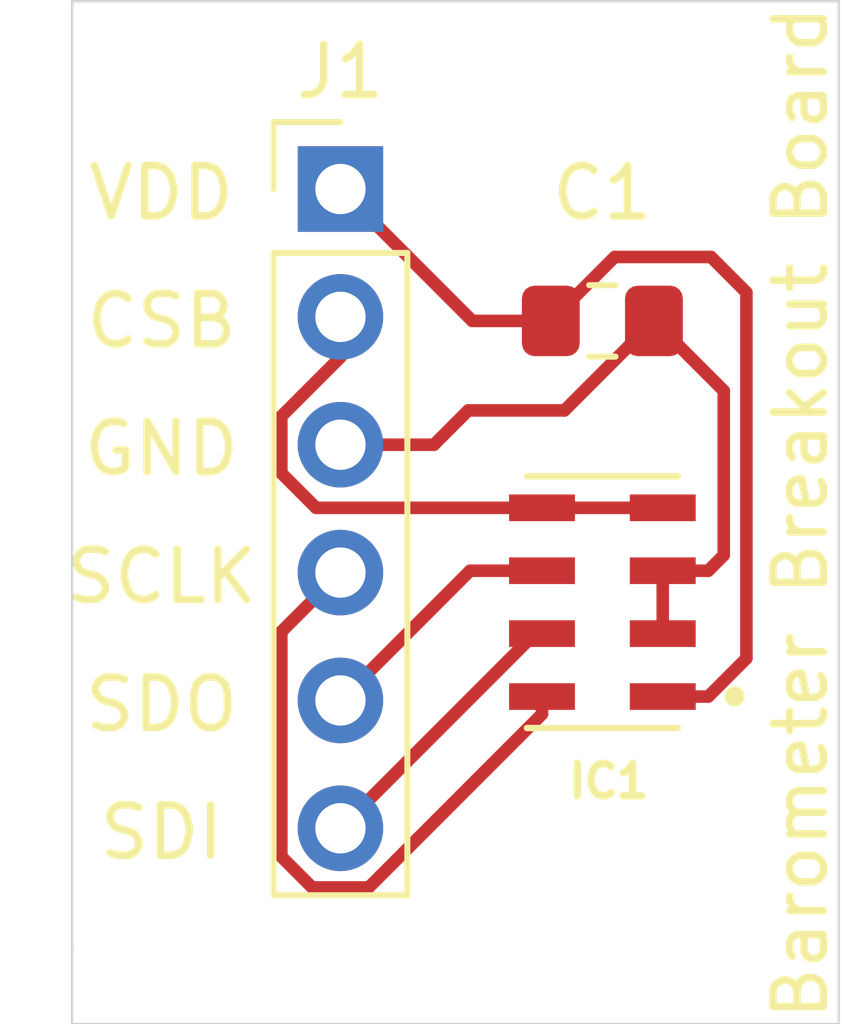
<source format=kicad_pcb>
(kicad_pcb (version 20171130) (host pcbnew "(5.1.6)-1")

  (general
    (thickness 1.6)
    (drawings 12)
    (tracks 35)
    (zones 0)
    (modules 3)
    (nets 7)
  )

  (page A4)
  (layers
    (0 F.Cu signal)
    (31 B.Cu signal)
    (32 B.Adhes user)
    (33 F.Adhes user)
    (34 B.Paste user)
    (35 F.Paste user)
    (36 B.SilkS user)
    (37 F.SilkS user)
    (38 B.Mask user)
    (39 F.Mask user)
    (40 Dwgs.User user)
    (41 Cmts.User user)
    (42 Eco1.User user)
    (43 Eco2.User user)
    (44 Edge.Cuts user)
    (45 Margin user)
    (46 B.CrtYd user)
    (47 F.CrtYd user)
    (48 B.Fab user)
    (49 F.Fab user)
  )

  (setup
    (last_trace_width 0.25)
    (trace_clearance 0.2)
    (zone_clearance 0.508)
    (zone_45_only no)
    (trace_min 0.2)
    (via_size 0.8)
    (via_drill 0.4)
    (via_min_size 0.4)
    (via_min_drill 0.3)
    (uvia_size 0.3)
    (uvia_drill 0.1)
    (uvias_allowed no)
    (uvia_min_size 0.2)
    (uvia_min_drill 0.1)
    (edge_width 0.05)
    (segment_width 0.2)
    (pcb_text_width 0.3)
    (pcb_text_size 1.5 1.5)
    (mod_edge_width 0.12)
    (mod_text_size 1 1)
    (mod_text_width 0.15)
    (pad_size 1.524 1.524)
    (pad_drill 0.762)
    (pad_to_mask_clearance 0.05)
    (aux_axis_origin 0 0)
    (visible_elements FFFFFF7F)
    (pcbplotparams
      (layerselection 0x010fc_ffffffff)
      (usegerberextensions false)
      (usegerberattributes true)
      (usegerberadvancedattributes true)
      (creategerberjobfile true)
      (excludeedgelayer true)
      (linewidth 0.100000)
      (plotframeref false)
      (viasonmask false)
      (mode 1)
      (useauxorigin false)
      (hpglpennumber 1)
      (hpglpenspeed 20)
      (hpglpendiameter 15.000000)
      (psnegative false)
      (psa4output false)
      (plotreference true)
      (plotvalue true)
      (plotinvisibletext false)
      (padsonsilk false)
      (subtractmaskfromsilk false)
      (outputformat 1)
      (mirror false)
      (drillshape 1)
      (scaleselection 1)
      (outputdirectory ""))
  )

  (net 0 "")
  (net 1 "Net-(C1-Pad1)")
  (net 2 "Net-(C1-Pad2)")
  (net 3 "Net-(J1-Pad2)")
  (net 4 "Net-(J1-Pad4)")
  (net 5 "Net-(J1-Pad5)")
  (net 6 "Net-(J1-Pad6)")

  (net_class Default "This is the default net class."
    (clearance 0.2)
    (trace_width 0.25)
    (via_dia 0.8)
    (via_drill 0.4)
    (uvia_dia 0.3)
    (uvia_drill 0.1)
    (add_net "Net-(C1-Pad1)")
    (add_net "Net-(C1-Pad2)")
    (add_net "Net-(J1-Pad2)")
    (add_net "Net-(J1-Pad4)")
    (add_net "Net-(J1-Pad5)")
    (add_net "Net-(J1-Pad6)")
  )

  (module Capacitor_SMD:C_0805_2012Metric_Pad1.15x1.40mm_HandSolder (layer F.Cu) (tedit 5B36C52B) (tstamp 5EC6F2CF)
    (at 144.653 96.52 180)
    (descr "Capacitor SMD 0805 (2012 Metric), square (rectangular) end terminal, IPC_7351 nominal with elongated pad for handsoldering. (Body size source: https://docs.google.com/spreadsheets/d/1BsfQQcO9C6DZCsRaXUlFlo91Tg2WpOkGARC1WS5S8t0/edit?usp=sharing), generated with kicad-footprint-generator")
    (tags "capacitor handsolder")
    (path /5EC72DC6)
    (attr smd)
    (fp_text reference C1 (at 0 2.54) (layer F.SilkS)
      (effects (font (size 1 1) (thickness 0.15)))
    )
    (fp_text value 100nF (at 0 1.65) (layer F.Fab)
      (effects (font (size 1 1) (thickness 0.15)))
    )
    (fp_line (start 1.85 0.95) (end -1.85 0.95) (layer F.CrtYd) (width 0.05))
    (fp_line (start 1.85 -0.95) (end 1.85 0.95) (layer F.CrtYd) (width 0.05))
    (fp_line (start -1.85 -0.95) (end 1.85 -0.95) (layer F.CrtYd) (width 0.05))
    (fp_line (start -1.85 0.95) (end -1.85 -0.95) (layer F.CrtYd) (width 0.05))
    (fp_line (start -0.261252 0.71) (end 0.261252 0.71) (layer F.SilkS) (width 0.12))
    (fp_line (start -0.261252 -0.71) (end 0.261252 -0.71) (layer F.SilkS) (width 0.12))
    (fp_line (start 1 0.6) (end -1 0.6) (layer F.Fab) (width 0.1))
    (fp_line (start 1 -0.6) (end 1 0.6) (layer F.Fab) (width 0.1))
    (fp_line (start -1 -0.6) (end 1 -0.6) (layer F.Fab) (width 0.1))
    (fp_line (start -1 0.6) (end -1 -0.6) (layer F.Fab) (width 0.1))
    (fp_text user %R (at 0 0) (layer F.Fab)
      (effects (font (size 0.5 0.5) (thickness 0.08)))
    )
    (pad 1 smd roundrect (at -1.025 0 180) (size 1.15 1.4) (layers F.Cu F.Paste F.Mask) (roundrect_rratio 0.217391)
      (net 1 "Net-(C1-Pad1)"))
    (pad 2 smd roundrect (at 1.025 0 180) (size 1.15 1.4) (layers F.Cu F.Paste F.Mask) (roundrect_rratio 0.217391)
      (net 2 "Net-(C1-Pad2)"))
    (model ${KISYS3DMOD}/Capacitor_SMD.3dshapes/C_0805_2012Metric.wrl
      (at (xyz 0 0 0))
      (scale (xyz 1 1 1))
      (rotate (xyz 0 0 0))
    )
  )

  (module Connector_PinHeader_2.54mm:PinHeader_1x06_P2.54mm_Vertical (layer F.Cu) (tedit 59FED5CC) (tstamp 5EC6F2E9)
    (at 139.446 93.900001)
    (descr "Through hole straight pin header, 1x06, 2.54mm pitch, single row")
    (tags "Through hole pin header THT 1x06 2.54mm single row")
    (path /5EC8391A)
    (fp_text reference J1 (at 0 -2.33) (layer F.SilkS)
      (effects (font (size 1 1) (thickness 0.15)))
    )
    (fp_text value Conn_01x06_Male (at 0 15.03) (layer F.Fab)
      (effects (font (size 1 1) (thickness 0.15)))
    )
    (fp_line (start 1.8 -1.8) (end -1.8 -1.8) (layer F.CrtYd) (width 0.05))
    (fp_line (start 1.8 14.5) (end 1.8 -1.8) (layer F.CrtYd) (width 0.05))
    (fp_line (start -1.8 14.5) (end 1.8 14.5) (layer F.CrtYd) (width 0.05))
    (fp_line (start -1.8 -1.8) (end -1.8 14.5) (layer F.CrtYd) (width 0.05))
    (fp_line (start -1.33 -1.33) (end 0 -1.33) (layer F.SilkS) (width 0.12))
    (fp_line (start -1.33 0) (end -1.33 -1.33) (layer F.SilkS) (width 0.12))
    (fp_line (start -1.33 1.27) (end 1.33 1.27) (layer F.SilkS) (width 0.12))
    (fp_line (start 1.33 1.27) (end 1.33 14.03) (layer F.SilkS) (width 0.12))
    (fp_line (start -1.33 1.27) (end -1.33 14.03) (layer F.SilkS) (width 0.12))
    (fp_line (start -1.33 14.03) (end 1.33 14.03) (layer F.SilkS) (width 0.12))
    (fp_line (start -1.27 -0.635) (end -0.635 -1.27) (layer F.Fab) (width 0.1))
    (fp_line (start -1.27 13.97) (end -1.27 -0.635) (layer F.Fab) (width 0.1))
    (fp_line (start 1.27 13.97) (end -1.27 13.97) (layer F.Fab) (width 0.1))
    (fp_line (start 1.27 -1.27) (end 1.27 13.97) (layer F.Fab) (width 0.1))
    (fp_line (start -0.635 -1.27) (end 1.27 -1.27) (layer F.Fab) (width 0.1))
    (fp_text user %R (at 0 6.35 90) (layer F.Fab)
      (effects (font (size 1 1) (thickness 0.15)))
    )
    (pad 1 thru_hole rect (at 0 0) (size 1.7 1.7) (drill 1) (layers *.Cu *.Mask)
      (net 2 "Net-(C1-Pad2)"))
    (pad 2 thru_hole oval (at 0 2.54) (size 1.7 1.7) (drill 1) (layers *.Cu *.Mask)
      (net 3 "Net-(J1-Pad2)"))
    (pad 3 thru_hole oval (at 0 5.08) (size 1.7 1.7) (drill 1) (layers *.Cu *.Mask)
      (net 1 "Net-(C1-Pad1)"))
    (pad 4 thru_hole oval (at 0 7.62) (size 1.7 1.7) (drill 1) (layers *.Cu *.Mask)
      (net 4 "Net-(J1-Pad4)"))
    (pad 5 thru_hole oval (at 0 10.16) (size 1.7 1.7) (drill 1) (layers *.Cu *.Mask)
      (net 5 "Net-(J1-Pad5)"))
    (pad 6 thru_hole oval (at 0 12.7) (size 1.7 1.7) (drill 1) (layers *.Cu *.Mask)
      (net 6 "Net-(J1-Pad6)"))
    (model ${KISYS3DMOD}/Connector_PinHeader_2.54mm.3dshapes/PinHeader_1x06_P2.54mm_Vertical.wrl
      (at (xyz 0 0 0))
      (scale (xyz 1 1 1))
      (rotate (xyz 0 0 0))
    )
  )

  (module MS560702BA03-50:SON125P300X500X100-8N (layer F.Cu) (tedit 5EC6DE42) (tstamp 5EC6F30D)
    (at 144.653 102.108 180)
    (path /5EC6E49F)
    (fp_text reference IC1 (at -0.127 -3.556) (layer F.SilkS)
      (effects (font (size 0.64067 0.64067) (thickness 0.15)))
    )
    (fp_text value MS560702BA03-50 (at 6.412615 3.356425) (layer F.Fab)
      (effects (font (size 0.640921 0.640921) (thickness 0.015)))
    )
    (fp_circle (center -1.127 -1.873) (end -1.027 -1.873) (layer F.Fab) (width 0.2))
    (fp_poly (pts (xy -0.375148 -1.905) (xy 0.381 -1.905) (xy 0.381 1.93426) (xy -0.375148 1.93426)) (layer Dwgs.User) (width 0.01))
    (fp_poly (pts (xy -0.375625 -1.905) (xy 0.381 -1.905) (xy 0.381 1.93672) (xy -0.375625 1.93672)) (layer Dwgs.User) (width 0.01))
    (fp_poly (pts (xy -0.375447 -1.905) (xy 0.381 -1.905) (xy 0.381 1.93581) (xy -0.375447 1.93581)) (layer Dwgs.User) (width 0.01))
    (fp_poly (pts (xy -1.87664 1.0625) (xy 1.875 1.0625) (xy 1.875 1.43876) (xy -1.87664 1.43876)) (layer Dwgs.User) (width 0.01))
    (fp_poly (pts (xy -1.87678 1.0625) (xy 1.875 1.0625) (xy 1.875 1.43887) (xy -1.87678 1.43887)) (layer Dwgs.User) (width 0.01))
    (fp_poly (pts (xy -1.87527 1.0625) (xy 1.875 1.0625) (xy 1.875 1.43771) (xy -1.87527 1.43771)) (layer Dwgs.User) (width 0.01))
    (fp_poly (pts (xy -1.87634 -0.1875) (xy 1.875 -0.1875) (xy 1.875 0.187634) (xy -1.87634 0.187634)) (layer Dwgs.User) (width 0.01))
    (fp_poly (pts (xy -1.87699 -0.1875) (xy 1.875 -0.1875) (xy 1.875 0.187699) (xy -1.87699 0.187699)) (layer Dwgs.User) (width 0.01))
    (fp_poly (pts (xy -1.87674 -0.1875) (xy 1.875 -0.1875) (xy 1.875 0.187674) (xy -1.87674 0.187674)) (layer Dwgs.User) (width 0.01))
    (fp_poly (pts (xy -1.87675 -1.4375) (xy 1.875 -1.4375) (xy 1.875 -1.06349) (xy -1.87675 -1.06349)) (layer Dwgs.User) (width 0.01))
    (fp_poly (pts (xy -1.87716 -1.4375) (xy 1.875 -1.4375) (xy 1.875 -1.06372) (xy -1.87716 -1.06372)) (layer Dwgs.User) (width 0.01))
    (fp_poly (pts (xy -1.87813 -1.4375) (xy 1.875 -1.4375) (xy 1.875 -1.06427) (xy -1.87813 -1.06427)) (layer Dwgs.User) (width 0.01))
    (fp_circle (center -2.627 -1.873) (end -2.527 -1.873) (layer F.SilkS) (width 0.2))
    (fp_line (start 2.11 -2.78) (end -2.11 -2.78) (layer F.CrtYd) (width 0.05))
    (fp_line (start 2.11 2.78) (end 2.11 -2.78) (layer F.CrtYd) (width 0.05))
    (fp_line (start -2.11 2.78) (end 2.11 2.78) (layer F.CrtYd) (width 0.05))
    (fp_line (start -2.11 -2.78) (end -2.11 2.78) (layer F.CrtYd) (width 0.05))
    (fp_line (start -1.5 2.5) (end 1.5 2.5) (layer F.SilkS) (width 0.127))
    (fp_line (start -1.5 -2.5) (end 1.5 -2.5) (layer F.SilkS) (width 0.127))
    (fp_line (start 1.5 -2.5) (end -1.5 -2.5) (layer F.Fab) (width 0.127))
    (fp_line (start 1.5 2.5) (end 1.5 -2.5) (layer F.Fab) (width 0.127))
    (fp_line (start -1.5 2.5) (end 1.5 2.5) (layer F.Fab) (width 0.127))
    (fp_line (start -1.5 -2.5) (end -1.5 2.5) (layer F.Fab) (width 0.127))
    (pad 1 smd rect (at -1.2 -1.875 180) (size 1.31 0.53) (layers F.Cu F.Paste F.Mask)
      (net 2 "Net-(C1-Pad2)"))
    (pad 8 smd rect (at 1.2 -1.875 180) (size 1.31 0.53) (layers F.Cu F.Paste F.Mask)
      (net 4 "Net-(J1-Pad4)"))
    (pad 2 smd rect (at -1.2 -0.625 180) (size 1.31 0.53) (layers F.Cu F.Paste F.Mask)
      (net 1 "Net-(C1-Pad1)"))
    (pad 3 smd rect (at -1.2 0.625 180) (size 1.31 0.53) (layers F.Cu F.Paste F.Mask)
      (net 1 "Net-(C1-Pad1)"))
    (pad 4 smd rect (at -1.2 1.875 180) (size 1.31 0.53) (layers F.Cu F.Paste F.Mask)
      (net 3 "Net-(J1-Pad2)"))
    (pad 5 smd rect (at 1.2 1.875 180) (size 1.31 0.53) (layers F.Cu F.Paste F.Mask)
      (net 3 "Net-(J1-Pad2)"))
    (pad 6 smd rect (at 1.2 0.625 180) (size 1.31 0.53) (layers F.Cu F.Paste F.Mask)
      (net 5 "Net-(J1-Pad5)"))
    (pad 7 smd rect (at 1.2 -0.625 180) (size 1.31 0.53) (layers F.Cu F.Paste F.Mask)
      (net 6 "Net-(J1-Pad6)"))
  )

  (gr_line (start 134.112 110.49) (end 134.112 108.966) (layer Edge.Cuts) (width 0.05) (tstamp 5EC6FF52))
  (gr_line (start 149.352 110.49) (end 134.112 110.49) (layer Edge.Cuts) (width 0.05))
  (gr_line (start 149.352 90.17) (end 149.352 110.49) (layer Edge.Cuts) (width 0.05))
  (gr_line (start 134.112 90.17) (end 134.112 108.966) (layer Edge.Cuts) (width 0.05))
  (gr_line (start 149.352 90.17) (end 134.112 90.17) (layer Edge.Cuts) (width 0.05))
  (gr_text "Barometer Breakout Board" (at 148.59 100.33 90) (layer F.SilkS)
    (effects (font (size 1 1) (thickness 0.15)))
  )
  (gr_text SDI (at 135.89 106.68) (layer F.SilkS)
    (effects (font (size 1 1) (thickness 0.15)))
  )
  (gr_text SDO (at 135.89 104.14) (layer F.SilkS)
    (effects (font (size 1 1) (thickness 0.15)))
  )
  (gr_text SCLK (at 135.89 101.6) (layer F.SilkS)
    (effects (font (size 1 1) (thickness 0.15)))
  )
  (gr_text GND (at 135.89 99.06) (layer F.SilkS)
    (effects (font (size 1 1) (thickness 0.15)))
  )
  (gr_text CSB (at 135.89 96.52) (layer F.SilkS)
    (effects (font (size 1 1) (thickness 0.15)))
  )
  (gr_text VDD (at 135.89 93.98) (layer F.SilkS)
    (effects (font (size 1 1) (thickness 0.15)))
  )

  (segment (start 145.853 101.483) (end 145.853 102.733) (width 0.25) (layer F.Cu) (net 1))
  (segment (start 146.758 101.483) (end 147.066 101.175) (width 0.25) (layer F.Cu) (net 1))
  (segment (start 145.853 101.483) (end 146.758 101.483) (width 0.25) (layer F.Cu) (net 1))
  (segment (start 147.066 97.908) (end 145.678 96.52) (width 0.25) (layer F.Cu) (net 1))
  (segment (start 147.066 101.175) (end 147.066 97.908) (width 0.25) (layer F.Cu) (net 1))
  (segment (start 139.446 98.980001) (end 141.303999 98.980001) (width 0.25) (layer F.Cu) (net 1))
  (segment (start 141.303999 98.980001) (end 141.986 98.298) (width 0.25) (layer F.Cu) (net 1))
  (segment (start 143.9 98.298) (end 145.678 96.52) (width 0.25) (layer F.Cu) (net 1))
  (segment (start 141.986 98.298) (end 143.9 98.298) (width 0.25) (layer F.Cu) (net 1))
  (segment (start 143.628 96.52) (end 143.628 96.275) (width 0.25) (layer F.Cu) (net 2))
  (segment (start 139.525999 93.98) (end 139.446 93.900001) (width 0.25) (layer F.Cu) (net 2))
  (segment (start 142.065999 96.52) (end 139.446 93.900001) (width 0.25) (layer F.Cu) (net 2))
  (segment (start 143.628 96.52) (end 142.065999 96.52) (width 0.25) (layer F.Cu) (net 2))
  (segment (start 143.628 96.52) (end 144.898 95.25) (width 0.25) (layer F.Cu) (net 2))
  (segment (start 144.898 95.25) (end 146.812 95.25) (width 0.25) (layer F.Cu) (net 2))
  (segment (start 146.758 103.983) (end 145.853 103.983) (width 0.25) (layer F.Cu) (net 2))
  (segment (start 146.812 95.25) (end 147.51601 95.95401) (width 0.25) (layer F.Cu) (net 2))
  (segment (start 147.51601 95.95401) (end 147.51601 103.22499) (width 0.25) (layer F.Cu) (net 2))
  (segment (start 147.51601 103.22499) (end 146.758 103.983) (width 0.25) (layer F.Cu) (net 2))
  (segment (start 145.853 100.233) (end 143.453 100.233) (width 0.25) (layer F.Cu) (net 3))
  (segment (start 138.959997 100.233) (end 138.270999 99.544002) (width 0.25) (layer F.Cu) (net 3))
  (segment (start 143.453 100.233) (end 138.959997 100.233) (width 0.25) (layer F.Cu) (net 3))
  (segment (start 139.446 97.240999) (end 139.446 96.440001) (width 0.25) (layer F.Cu) (net 3))
  (segment (start 138.270999 98.416) (end 139.446 97.240999) (width 0.25) (layer F.Cu) (net 3))
  (segment (start 138.270999 99.544002) (end 138.270999 98.416) (width 0.25) (layer F.Cu) (net 3))
  (segment (start 143.453 104.332003) (end 143.453 103.983) (width 0.25) (layer F.Cu) (net 4))
  (segment (start 140.010001 107.775002) (end 143.453 104.332003) (width 0.25) (layer F.Cu) (net 4))
  (segment (start 138.881999 107.775002) (end 140.010001 107.775002) (width 0.25) (layer F.Cu) (net 4))
  (segment (start 138.270999 107.164002) (end 138.881999 107.775002) (width 0.25) (layer F.Cu) (net 4))
  (segment (start 138.270999 102.695002) (end 138.270999 107.164002) (width 0.25) (layer F.Cu) (net 4))
  (segment (start 139.446 101.520001) (end 138.270999 102.695002) (width 0.25) (layer F.Cu) (net 4))
  (segment (start 142.023001 101.483) (end 139.446 104.060001) (width 0.25) (layer F.Cu) (net 5))
  (segment (start 143.453 101.483) (end 142.023001 101.483) (width 0.25) (layer F.Cu) (net 5))
  (segment (start 143.313001 102.733) (end 139.446 106.600001) (width 0.25) (layer F.Cu) (net 6))
  (segment (start 143.453 102.733) (end 143.313001 102.733) (width 0.25) (layer F.Cu) (net 6))

)

</source>
